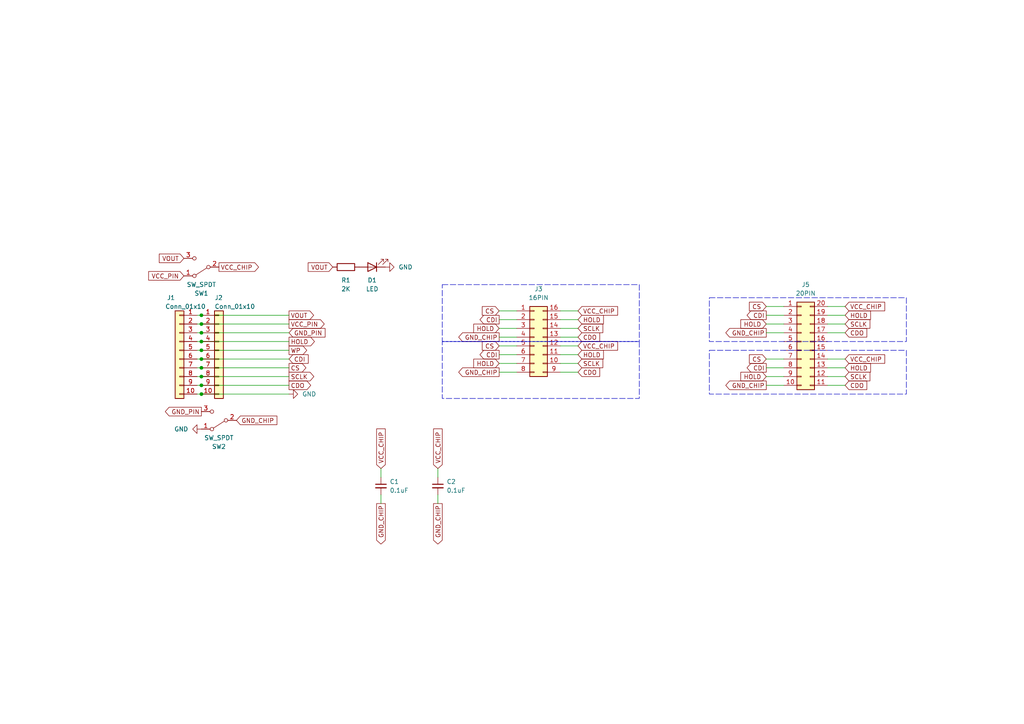
<source format=kicad_sch>
(kicad_sch (version 20230121) (generator eeschema)

  (uuid 705ddb16-a6fa-4cb6-bc08-aaa31f676677)

  (paper "A4")

  (lib_symbols
    (symbol "Connector_Generic:Conn_01x10" (pin_names (offset 1.016) hide) (in_bom yes) (on_board yes)
      (property "Reference" "J" (at 0 12.7 0)
        (effects (font (size 1.27 1.27)))
      )
      (property "Value" "Conn_01x10" (at 0 -15.24 0)
        (effects (font (size 1.27 1.27)))
      )
      (property "Footprint" "" (at 0 0 0)
        (effects (font (size 1.27 1.27)) hide)
      )
      (property "Datasheet" "~" (at 0 0 0)
        (effects (font (size 1.27 1.27)) hide)
      )
      (property "ki_keywords" "connector" (at 0 0 0)
        (effects (font (size 1.27 1.27)) hide)
      )
      (property "ki_description" "Generic connector, single row, 01x10, script generated (kicad-library-utils/schlib/autogen/connector/)" (at 0 0 0)
        (effects (font (size 1.27 1.27)) hide)
      )
      (property "ki_fp_filters" "Connector*:*_1x??_*" (at 0 0 0)
        (effects (font (size 1.27 1.27)) hide)
      )
      (symbol "Conn_01x10_1_1"
        (rectangle (start -1.27 -12.573) (end 0 -12.827)
          (stroke (width 0.1524) (type default))
          (fill (type none))
        )
        (rectangle (start -1.27 -10.033) (end 0 -10.287)
          (stroke (width 0.1524) (type default))
          (fill (type none))
        )
        (rectangle (start -1.27 -7.493) (end 0 -7.747)
          (stroke (width 0.1524) (type default))
          (fill (type none))
        )
        (rectangle (start -1.27 -4.953) (end 0 -5.207)
          (stroke (width 0.1524) (type default))
          (fill (type none))
        )
        (rectangle (start -1.27 -2.413) (end 0 -2.667)
          (stroke (width 0.1524) (type default))
          (fill (type none))
        )
        (rectangle (start -1.27 0.127) (end 0 -0.127)
          (stroke (width 0.1524) (type default))
          (fill (type none))
        )
        (rectangle (start -1.27 2.667) (end 0 2.413)
          (stroke (width 0.1524) (type default))
          (fill (type none))
        )
        (rectangle (start -1.27 5.207) (end 0 4.953)
          (stroke (width 0.1524) (type default))
          (fill (type none))
        )
        (rectangle (start -1.27 7.747) (end 0 7.493)
          (stroke (width 0.1524) (type default))
          (fill (type none))
        )
        (rectangle (start -1.27 10.287) (end 0 10.033)
          (stroke (width 0.1524) (type default))
          (fill (type none))
        )
        (rectangle (start -1.27 11.43) (end 1.27 -13.97)
          (stroke (width 0.254) (type default))
          (fill (type background))
        )
        (pin passive line (at -5.08 10.16 0) (length 3.81)
          (name "Pin_1" (effects (font (size 1.27 1.27))))
          (number "1" (effects (font (size 1.27 1.27))))
        )
        (pin passive line (at -5.08 -12.7 0) (length 3.81)
          (name "Pin_10" (effects (font (size 1.27 1.27))))
          (number "10" (effects (font (size 1.27 1.27))))
        )
        (pin passive line (at -5.08 7.62 0) (length 3.81)
          (name "Pin_2" (effects (font (size 1.27 1.27))))
          (number "2" (effects (font (size 1.27 1.27))))
        )
        (pin passive line (at -5.08 5.08 0) (length 3.81)
          (name "Pin_3" (effects (font (size 1.27 1.27))))
          (number "3" (effects (font (size 1.27 1.27))))
        )
        (pin passive line (at -5.08 2.54 0) (length 3.81)
          (name "Pin_4" (effects (font (size 1.27 1.27))))
          (number "4" (effects (font (size 1.27 1.27))))
        )
        (pin passive line (at -5.08 0 0) (length 3.81)
          (name "Pin_5" (effects (font (size 1.27 1.27))))
          (number "5" (effects (font (size 1.27 1.27))))
        )
        (pin passive line (at -5.08 -2.54 0) (length 3.81)
          (name "Pin_6" (effects (font (size 1.27 1.27))))
          (number "6" (effects (font (size 1.27 1.27))))
        )
        (pin passive line (at -5.08 -5.08 0) (length 3.81)
          (name "Pin_7" (effects (font (size 1.27 1.27))))
          (number "7" (effects (font (size 1.27 1.27))))
        )
        (pin passive line (at -5.08 -7.62 0) (length 3.81)
          (name "Pin_8" (effects (font (size 1.27 1.27))))
          (number "8" (effects (font (size 1.27 1.27))))
        )
        (pin passive line (at -5.08 -10.16 0) (length 3.81)
          (name "Pin_9" (effects (font (size 1.27 1.27))))
          (number "9" (effects (font (size 1.27 1.27))))
        )
      )
    )
    (symbol "Connector_Generic:Conn_02x08_Counter_Clockwise" (pin_names (offset 1.016) hide) (in_bom yes) (on_board yes)
      (property "Reference" "J" (at 1.27 10.16 0)
        (effects (font (size 1.27 1.27)))
      )
      (property "Value" "Conn_02x08_Counter_Clockwise" (at 1.27 -12.7 0)
        (effects (font (size 1.27 1.27)))
      )
      (property "Footprint" "" (at 0 0 0)
        (effects (font (size 1.27 1.27)) hide)
      )
      (property "Datasheet" "~" (at 0 0 0)
        (effects (font (size 1.27 1.27)) hide)
      )
      (property "ki_keywords" "connector" (at 0 0 0)
        (effects (font (size 1.27 1.27)) hide)
      )
      (property "ki_description" "Generic connector, double row, 02x08, counter clockwise pin numbering scheme (similar to DIP package numbering), script generated (kicad-library-utils/schlib/autogen/connector/)" (at 0 0 0)
        (effects (font (size 1.27 1.27)) hide)
      )
      (property "ki_fp_filters" "Connector*:*_2x??_*" (at 0 0 0)
        (effects (font (size 1.27 1.27)) hide)
      )
      (symbol "Conn_02x08_Counter_Clockwise_1_1"
        (rectangle (start -1.27 -10.033) (end 0 -10.287)
          (stroke (width 0.1524) (type default))
          (fill (type none))
        )
        (rectangle (start -1.27 -7.493) (end 0 -7.747)
          (stroke (width 0.1524) (type default))
          (fill (type none))
        )
        (rectangle (start -1.27 -4.953) (end 0 -5.207)
          (stroke (width 0.1524) (type default))
          (fill (type none))
        )
        (rectangle (start -1.27 -2.413) (end 0 -2.667)
          (stroke (width 0.1524) (type default))
          (fill (type none))
        )
        (rectangle (start -1.27 0.127) (end 0 -0.127)
          (stroke (width 0.1524) (type default))
          (fill (type none))
        )
        (rectangle (start -1.27 2.667) (end 0 2.413)
          (stroke (width 0.1524) (type default))
          (fill (type none))
        )
        (rectangle (start -1.27 5.207) (end 0 4.953)
          (stroke (width 0.1524) (type default))
          (fill (type none))
        )
        (rectangle (start -1.27 7.747) (end 0 7.493)
          (stroke (width 0.1524) (type default))
          (fill (type none))
        )
        (rectangle (start -1.27 8.89) (end 3.81 -11.43)
          (stroke (width 0.254) (type default))
          (fill (type background))
        )
        (rectangle (start 3.81 -10.033) (end 2.54 -10.287)
          (stroke (width 0.1524) (type default))
          (fill (type none))
        )
        (rectangle (start 3.81 -7.493) (end 2.54 -7.747)
          (stroke (width 0.1524) (type default))
          (fill (type none))
        )
        (rectangle (start 3.81 -4.953) (end 2.54 -5.207)
          (stroke (width 0.1524) (type default))
          (fill (type none))
        )
        (rectangle (start 3.81 -2.413) (end 2.54 -2.667)
          (stroke (width 0.1524) (type default))
          (fill (type none))
        )
        (rectangle (start 3.81 0.127) (end 2.54 -0.127)
          (stroke (width 0.1524) (type default))
          (fill (type none))
        )
        (rectangle (start 3.81 2.667) (end 2.54 2.413)
          (stroke (width 0.1524) (type default))
          (fill (type none))
        )
        (rectangle (start 3.81 5.207) (end 2.54 4.953)
          (stroke (width 0.1524) (type default))
          (fill (type none))
        )
        (rectangle (start 3.81 7.747) (end 2.54 7.493)
          (stroke (width 0.1524) (type default))
          (fill (type none))
        )
        (pin passive line (at -5.08 7.62 0) (length 3.81)
          (name "Pin_1" (effects (font (size 1.27 1.27))))
          (number "1" (effects (font (size 1.27 1.27))))
        )
        (pin passive line (at 7.62 -7.62 180) (length 3.81)
          (name "Pin_10" (effects (font (size 1.27 1.27))))
          (number "10" (effects (font (size 1.27 1.27))))
        )
        (pin passive line (at 7.62 -5.08 180) (length 3.81)
          (name "Pin_11" (effects (font (size 1.27 1.27))))
          (number "11" (effects (font (size 1.27 1.27))))
        )
        (pin passive line (at 7.62 -2.54 180) (length 3.81)
          (name "Pin_12" (effects (font (size 1.27 1.27))))
          (number "12" (effects (font (size 1.27 1.27))))
        )
        (pin passive line (at 7.62 0 180) (length 3.81)
          (name "Pin_13" (effects (font (size 1.27 1.27))))
          (number "13" (effects (font (size 1.27 1.27))))
        )
        (pin passive line (at 7.62 2.54 180) (length 3.81)
          (name "Pin_14" (effects (font (size 1.27 1.27))))
          (number "14" (effects (font (size 1.27 1.27))))
        )
        (pin passive line (at 7.62 5.08 180) (length 3.81)
          (name "Pin_15" (effects (font (size 1.27 1.27))))
          (number "15" (effects (font (size 1.27 1.27))))
        )
        (pin passive line (at 7.62 7.62 180) (length 3.81)
          (name "Pin_16" (effects (font (size 1.27 1.27))))
          (number "16" (effects (font (size 1.27 1.27))))
        )
        (pin passive line (at -5.08 5.08 0) (length 3.81)
          (name "Pin_2" (effects (font (size 1.27 1.27))))
          (number "2" (effects (font (size 1.27 1.27))))
        )
        (pin passive line (at -5.08 2.54 0) (length 3.81)
          (name "Pin_3" (effects (font (size 1.27 1.27))))
          (number "3" (effects (font (size 1.27 1.27))))
        )
        (pin passive line (at -5.08 0 0) (length 3.81)
          (name "Pin_4" (effects (font (size 1.27 1.27))))
          (number "4" (effects (font (size 1.27 1.27))))
        )
        (pin passive line (at -5.08 -2.54 0) (length 3.81)
          (name "Pin_5" (effects (font (size 1.27 1.27))))
          (number "5" (effects (font (size 1.27 1.27))))
        )
        (pin passive line (at -5.08 -5.08 0) (length 3.81)
          (name "Pin_6" (effects (font (size 1.27 1.27))))
          (number "6" (effects (font (size 1.27 1.27))))
        )
        (pin passive line (at -5.08 -7.62 0) (length 3.81)
          (name "Pin_7" (effects (font (size 1.27 1.27))))
          (number "7" (effects (font (size 1.27 1.27))))
        )
        (pin passive line (at -5.08 -10.16 0) (length 3.81)
          (name "Pin_8" (effects (font (size 1.27 1.27))))
          (number "8" (effects (font (size 1.27 1.27))))
        )
        (pin passive line (at 7.62 -10.16 180) (length 3.81)
          (name "Pin_9" (effects (font (size 1.27 1.27))))
          (number "9" (effects (font (size 1.27 1.27))))
        )
      )
    )
    (symbol "Connector_Generic:Conn_02x10_Counter_Clockwise" (pin_names (offset 1.016) hide) (in_bom yes) (on_board yes)
      (property "Reference" "J" (at 1.27 12.7 0)
        (effects (font (size 1.27 1.27)))
      )
      (property "Value" "Conn_02x10_Counter_Clockwise" (at 1.27 -15.24 0)
        (effects (font (size 1.27 1.27)))
      )
      (property "Footprint" "" (at 0 0 0)
        (effects (font (size 1.27 1.27)) hide)
      )
      (property "Datasheet" "~" (at 0 0 0)
        (effects (font (size 1.27 1.27)) hide)
      )
      (property "ki_keywords" "connector" (at 0 0 0)
        (effects (font (size 1.27 1.27)) hide)
      )
      (property "ki_description" "Generic connector, double row, 02x10, counter clockwise pin numbering scheme (similar to DIP package numbering), script generated (kicad-library-utils/schlib/autogen/connector/)" (at 0 0 0)
        (effects (font (size 1.27 1.27)) hide)
      )
      (property "ki_fp_filters" "Connector*:*_2x??_*" (at 0 0 0)
        (effects (font (size 1.27 1.27)) hide)
      )
      (symbol "Conn_02x10_Counter_Clockwise_1_1"
        (rectangle (start -1.27 -12.573) (end 0 -12.827)
          (stroke (width 0.1524) (type default))
          (fill (type none))
        )
        (rectangle (start -1.27 -10.033) (end 0 -10.287)
          (stroke (width 0.1524) (type default))
          (fill (type none))
        )
        (rectangle (start -1.27 -7.493) (end 0 -7.747)
          (stroke (width 0.1524) (type default))
          (fill (type none))
        )
        (rectangle (start -1.27 -4.953) (end 0 -5.207)
          (stroke (width 0.1524) (type default))
          (fill (type none))
        )
        (rectangle (start -1.27 -2.413) (end 0 -2.667)
          (stroke (width 0.1524) (type default))
          (fill (type none))
        )
        (rectangle (start -1.27 0.127) (end 0 -0.127)
          (stroke (width 0.1524) (type default))
          (fill (type none))
        )
        (rectangle (start -1.27 2.667) (end 0 2.413)
          (stroke (width 0.1524) (type default))
          (fill (type none))
        )
        (rectangle (start -1.27 5.207) (end 0 4.953)
          (stroke (width 0.1524) (type default))
          (fill (type none))
        )
        (rectangle (start -1.27 7.747) (end 0 7.493)
          (stroke (width 0.1524) (type default))
          (fill (type none))
        )
        (rectangle (start -1.27 10.287) (end 0 10.033)
          (stroke (width 0.1524) (type default))
          (fill (type none))
        )
        (rectangle (start -1.27 11.43) (end 3.81 -13.97)
          (stroke (width 0.254) (type default))
          (fill (type background))
        )
        (rectangle (start 3.81 -12.573) (end 2.54 -12.827)
          (stroke (width 0.1524) (type default))
          (fill (type none))
        )
        (rectangle (start 3.81 -10.033) (end 2.54 -10.287)
          (stroke (width 0.1524) (type default))
          (fill (type none))
        )
        (rectangle (start 3.81 -7.493) (end 2.54 -7.747)
          (stroke (width 0.1524) (type default))
          (fill (type none))
        )
        (rectangle (start 3.81 -4.953) (end 2.54 -5.207)
          (stroke (width 0.1524) (type default))
          (fill (type none))
        )
        (rectangle (start 3.81 -2.413) (end 2.54 -2.667)
          (stroke (width 0.1524) (type default))
          (fill (type none))
        )
        (rectangle (start 3.81 0.127) (end 2.54 -0.127)
          (stroke (width 0.1524) (type default))
          (fill (type none))
        )
        (rectangle (start 3.81 2.667) (end 2.54 2.413)
          (stroke (width 0.1524) (type default))
          (fill (type none))
        )
        (rectangle (start 3.81 5.207) (end 2.54 4.953)
          (stroke (width 0.1524) (type default))
          (fill (type none))
        )
        (rectangle (start 3.81 7.747) (end 2.54 7.493)
          (stroke (width 0.1524) (type default))
          (fill (type none))
        )
        (rectangle (start 3.81 10.287) (end 2.54 10.033)
          (stroke (width 0.1524) (type default))
          (fill (type none))
        )
        (pin passive line (at -5.08 10.16 0) (length 3.81)
          (name "Pin_1" (effects (font (size 1.27 1.27))))
          (number "1" (effects (font (size 1.27 1.27))))
        )
        (pin passive line (at -5.08 -12.7 0) (length 3.81)
          (name "Pin_10" (effects (font (size 1.27 1.27))))
          (number "10" (effects (font (size 1.27 1.27))))
        )
        (pin passive line (at 7.62 -12.7 180) (length 3.81)
          (name "Pin_11" (effects (font (size 1.27 1.27))))
          (number "11" (effects (font (size 1.27 1.27))))
        )
        (pin passive line (at 7.62 -10.16 180) (length 3.81)
          (name "Pin_12" (effects (font (size 1.27 1.27))))
          (number "12" (effects (font (size 1.27 1.27))))
        )
        (pin passive line (at 7.62 -7.62 180) (length 3.81)
          (name "Pin_13" (effects (font (size 1.27 1.27))))
          (number "13" (effects (font (size 1.27 1.27))))
        )
        (pin passive line (at 7.62 -5.08 180) (length 3.81)
          (name "Pin_14" (effects (font (size 1.27 1.27))))
          (number "14" (effects (font (size 1.27 1.27))))
        )
        (pin passive line (at 7.62 -2.54 180) (length 3.81)
          (name "Pin_15" (effects (font (size 1.27 1.27))))
          (number "15" (effects (font (size 1.27 1.27))))
        )
        (pin passive line (at 7.62 0 180) (length 3.81)
          (name "Pin_16" (effects (font (size 1.27 1.27))))
          (number "16" (effects (font (size 1.27 1.27))))
        )
        (pin passive line (at 7.62 2.54 180) (length 3.81)
          (name "Pin_17" (effects (font (size 1.27 1.27))))
          (number "17" (effects (font (size 1.27 1.27))))
        )
        (pin passive line (at 7.62 5.08 180) (length 3.81)
          (name "Pin_18" (effects (font (size 1.27 1.27))))
          (number "18" (effects (font (size 1.27 1.27))))
        )
        (pin passive line (at 7.62 7.62 180) (length 3.81)
          (name "Pin_19" (effects (font (size 1.27 1.27))))
          (number "19" (effects (font (size 1.27 1.27))))
        )
        (pin passive line (at -5.08 7.62 0) (length 3.81)
          (name "Pin_2" (effects (font (size 1.27 1.27))))
          (number "2" (effects (font (size 1.27 1.27))))
        )
        (pin passive line (at 7.62 10.16 180) (length 3.81)
          (name "Pin_20" (effects (font (size 1.27 1.27))))
          (number "20" (effects (font (size 1.27 1.27))))
        )
        (pin passive line (at -5.08 5.08 0) (length 3.81)
          (name "Pin_3" (effects (font (size 1.27 1.27))))
          (number "3" (effects (font (size 1.27 1.27))))
        )
        (pin passive line (at -5.08 2.54 0) (length 3.81)
          (name "Pin_4" (effects (font (size 1.27 1.27))))
          (number "4" (effects (font (size 1.27 1.27))))
        )
        (pin passive line (at -5.08 0 0) (length 3.81)
          (name "Pin_5" (effects (font (size 1.27 1.27))))
          (number "5" (effects (font (size 1.27 1.27))))
        )
        (pin passive line (at -5.08 -2.54 0) (length 3.81)
          (name "Pin_6" (effects (font (size 1.27 1.27))))
          (number "6" (effects (font (size 1.27 1.27))))
        )
        (pin passive line (at -5.08 -5.08 0) (length 3.81)
          (name "Pin_7" (effects (font (size 1.27 1.27))))
          (number "7" (effects (font (size 1.27 1.27))))
        )
        (pin passive line (at -5.08 -7.62 0) (length 3.81)
          (name "Pin_8" (effects (font (size 1.27 1.27))))
          (number "8" (effects (font (size 1.27 1.27))))
        )
        (pin passive line (at -5.08 -10.16 0) (length 3.81)
          (name "Pin_9" (effects (font (size 1.27 1.27))))
          (number "9" (effects (font (size 1.27 1.27))))
        )
      )
    )
    (symbol "Device:C_Small" (pin_numbers hide) (pin_names (offset 0.254) hide) (in_bom yes) (on_board yes)
      (property "Reference" "C" (at 0.254 1.778 0)
        (effects (font (size 1.27 1.27)) (justify left))
      )
      (property "Value" "C_Small" (at 0.254 -2.032 0)
        (effects (font (size 1.27 1.27)) (justify left))
      )
      (property "Footprint" "" (at 0 0 0)
        (effects (font (size 1.27 1.27)) hide)
      )
      (property "Datasheet" "~" (at 0 0 0)
        (effects (font (size 1.27 1.27)) hide)
      )
      (property "ki_keywords" "capacitor cap" (at 0 0 0)
        (effects (font (size 1.27 1.27)) hide)
      )
      (property "ki_description" "Unpolarized capacitor, small symbol" (at 0 0 0)
        (effects (font (size 1.27 1.27)) hide)
      )
      (property "ki_fp_filters" "C_*" (at 0 0 0)
        (effects (font (size 1.27 1.27)) hide)
      )
      (symbol "C_Small_0_1"
        (polyline
          (pts
            (xy -1.524 -0.508)
            (xy 1.524 -0.508)
          )
          (stroke (width 0.3302) (type default))
          (fill (type none))
        )
        (polyline
          (pts
            (xy -1.524 0.508)
            (xy 1.524 0.508)
          )
          (stroke (width 0.3048) (type default))
          (fill (type none))
        )
      )
      (symbol "C_Small_1_1"
        (pin passive line (at 0 2.54 270) (length 2.032)
          (name "~" (effects (font (size 1.27 1.27))))
          (number "1" (effects (font (size 1.27 1.27))))
        )
        (pin passive line (at 0 -2.54 90) (length 2.032)
          (name "~" (effects (font (size 1.27 1.27))))
          (number "2" (effects (font (size 1.27 1.27))))
        )
      )
    )
    (symbol "Device:LED" (pin_numbers hide) (pin_names (offset 1.016) hide) (in_bom yes) (on_board yes)
      (property "Reference" "D" (at 0 2.54 0)
        (effects (font (size 1.27 1.27)))
      )
      (property "Value" "LED" (at 0 -2.54 0)
        (effects (font (size 1.27 1.27)))
      )
      (property "Footprint" "" (at 0 0 0)
        (effects (font (size 1.27 1.27)) hide)
      )
      (property "Datasheet" "~" (at 0 0 0)
        (effects (font (size 1.27 1.27)) hide)
      )
      (property "ki_keywords" "LED diode" (at 0 0 0)
        (effects (font (size 1.27 1.27)) hide)
      )
      (property "ki_description" "Light emitting diode" (at 0 0 0)
        (effects (font (size 1.27 1.27)) hide)
      )
      (property "ki_fp_filters" "LED* LED_SMD:* LED_THT:*" (at 0 0 0)
        (effects (font (size 1.27 1.27)) hide)
      )
      (symbol "LED_0_1"
        (polyline
          (pts
            (xy -1.27 -1.27)
            (xy -1.27 1.27)
          )
          (stroke (width 0.254) (type default))
          (fill (type none))
        )
        (polyline
          (pts
            (xy -1.27 0)
            (xy 1.27 0)
          )
          (stroke (width 0) (type default))
          (fill (type none))
        )
        (polyline
          (pts
            (xy 1.27 -1.27)
            (xy 1.27 1.27)
            (xy -1.27 0)
            (xy 1.27 -1.27)
          )
          (stroke (width 0.254) (type default))
          (fill (type none))
        )
        (polyline
          (pts
            (xy -3.048 -0.762)
            (xy -4.572 -2.286)
            (xy -3.81 -2.286)
            (xy -4.572 -2.286)
            (xy -4.572 -1.524)
          )
          (stroke (width 0) (type default))
          (fill (type none))
        )
        (polyline
          (pts
            (xy -1.778 -0.762)
            (xy -3.302 -2.286)
            (xy -2.54 -2.286)
            (xy -3.302 -2.286)
            (xy -3.302 -1.524)
          )
          (stroke (width 0) (type default))
          (fill (type none))
        )
      )
      (symbol "LED_1_1"
        (pin passive line (at -3.81 0 0) (length 2.54)
          (name "K" (effects (font (size 1.27 1.27))))
          (number "1" (effects (font (size 1.27 1.27))))
        )
        (pin passive line (at 3.81 0 180) (length 2.54)
          (name "A" (effects (font (size 1.27 1.27))))
          (number "2" (effects (font (size 1.27 1.27))))
        )
      )
    )
    (symbol "Device:R" (pin_numbers hide) (pin_names (offset 0)) (in_bom yes) (on_board yes)
      (property "Reference" "R" (at 2.032 0 90)
        (effects (font (size 1.27 1.27)))
      )
      (property "Value" "R" (at 0 0 90)
        (effects (font (size 1.27 1.27)))
      )
      (property "Footprint" "" (at -1.778 0 90)
        (effects (font (size 1.27 1.27)) hide)
      )
      (property "Datasheet" "~" (at 0 0 0)
        (effects (font (size 1.27 1.27)) hide)
      )
      (property "ki_keywords" "R res resistor" (at 0 0 0)
        (effects (font (size 1.27 1.27)) hide)
      )
      (property "ki_description" "Resistor" (at 0 0 0)
        (effects (font (size 1.27 1.27)) hide)
      )
      (property "ki_fp_filters" "R_*" (at 0 0 0)
        (effects (font (size 1.27 1.27)) hide)
      )
      (symbol "R_0_1"
        (rectangle (start -1.016 -2.54) (end 1.016 2.54)
          (stroke (width 0.254) (type default))
          (fill (type none))
        )
      )
      (symbol "R_1_1"
        (pin passive line (at 0 3.81 270) (length 1.27)
          (name "~" (effects (font (size 1.27 1.27))))
          (number "1" (effects (font (size 1.27 1.27))))
        )
        (pin passive line (at 0 -3.81 90) (length 1.27)
          (name "~" (effects (font (size 1.27 1.27))))
          (number "2" (effects (font (size 1.27 1.27))))
        )
      )
    )
    (symbol "Switch:SW_SPDT" (pin_names (offset 0) hide) (in_bom yes) (on_board yes)
      (property "Reference" "SW" (at 0 4.318 0)
        (effects (font (size 1.27 1.27)))
      )
      (property "Value" "SW_SPDT" (at 0 -5.08 0)
        (effects (font (size 1.27 1.27)))
      )
      (property "Footprint" "" (at 0 0 0)
        (effects (font (size 1.27 1.27)) hide)
      )
      (property "Datasheet" "~" (at 0 0 0)
        (effects (font (size 1.27 1.27)) hide)
      )
      (property "ki_keywords" "switch single-pole double-throw spdt ON-ON" (at 0 0 0)
        (effects (font (size 1.27 1.27)) hide)
      )
      (property "ki_description" "Switch, single pole double throw" (at 0 0 0)
        (effects (font (size 1.27 1.27)) hide)
      )
      (symbol "SW_SPDT_0_0"
        (circle (center -2.032 0) (radius 0.508)
          (stroke (width 0) (type default))
          (fill (type none))
        )
        (circle (center 2.032 -2.54) (radius 0.508)
          (stroke (width 0) (type default))
          (fill (type none))
        )
      )
      (symbol "SW_SPDT_0_1"
        (polyline
          (pts
            (xy -1.524 0.254)
            (xy 1.651 2.286)
          )
          (stroke (width 0) (type default))
          (fill (type none))
        )
        (circle (center 2.032 2.54) (radius 0.508)
          (stroke (width 0) (type default))
          (fill (type none))
        )
      )
      (symbol "SW_SPDT_1_1"
        (pin passive line (at 5.08 2.54 180) (length 2.54)
          (name "A" (effects (font (size 1.27 1.27))))
          (number "1" (effects (font (size 1.27 1.27))))
        )
        (pin passive line (at -5.08 0 0) (length 2.54)
          (name "B" (effects (font (size 1.27 1.27))))
          (number "2" (effects (font (size 1.27 1.27))))
        )
        (pin passive line (at 5.08 -2.54 180) (length 2.54)
          (name "C" (effects (font (size 1.27 1.27))))
          (number "3" (effects (font (size 1.27 1.27))))
        )
      )
    )
    (symbol "power:GND" (power) (pin_names (offset 0)) (in_bom yes) (on_board yes)
      (property "Reference" "#PWR" (at 0 -6.35 0)
        (effects (font (size 1.27 1.27)) hide)
      )
      (property "Value" "GND" (at 0 -3.81 0)
        (effects (font (size 1.27 1.27)))
      )
      (property "Footprint" "" (at 0 0 0)
        (effects (font (size 1.27 1.27)) hide)
      )
      (property "Datasheet" "" (at 0 0 0)
        (effects (font (size 1.27 1.27)) hide)
      )
      (property "ki_keywords" "global power" (at 0 0 0)
        (effects (font (size 1.27 1.27)) hide)
      )
      (property "ki_description" "Power symbol creates a global label with name \"GND\" , ground" (at 0 0 0)
        (effects (font (size 1.27 1.27)) hide)
      )
      (symbol "GND_0_1"
        (polyline
          (pts
            (xy 0 0)
            (xy 0 -1.27)
            (xy 1.27 -1.27)
            (xy 0 -2.54)
            (xy -1.27 -1.27)
            (xy 0 -1.27)
          )
          (stroke (width 0) (type default))
          (fill (type none))
        )
      )
      (symbol "GND_1_1"
        (pin power_in line (at 0 0 270) (length 0) hide
          (name "GND" (effects (font (size 1.27 1.27))))
          (number "1" (effects (font (size 1.27 1.27))))
        )
      )
    )
  )

  (junction (at 58.42 99.06) (diameter 0) (color 0 0 0 0)
    (uuid 102a5927-bfd2-4a9d-87f4-e6f141af44a6)
  )
  (junction (at 58.42 91.44) (diameter 0) (color 0 0 0 0)
    (uuid 1b383965-c744-43b8-ab1c-5e03dd81a836)
  )
  (junction (at 58.42 109.22) (diameter 0) (color 0 0 0 0)
    (uuid 209523a9-e180-48c9-9c36-f827b654e247)
  )
  (junction (at 58.42 93.98) (diameter 0) (color 0 0 0 0)
    (uuid 41befb6a-2500-41c8-bcd6-d61c08c893ca)
  )
  (junction (at 58.42 111.76) (diameter 0) (color 0 0 0 0)
    (uuid 6ac71a53-00aa-4f37-8821-68d1e0370efb)
  )
  (junction (at 58.42 104.14) (diameter 0) (color 0 0 0 0)
    (uuid 6b585c86-ab84-4cd0-a3a9-9128e5b2212f)
  )
  (junction (at 58.42 96.52) (diameter 0) (color 0 0 0 0)
    (uuid 6ff2b099-5b56-441a-b6e8-b616031110a4)
  )
  (junction (at 58.42 106.68) (diameter 0) (color 0 0 0 0)
    (uuid 8d59e8e7-3142-4f8f-9f2c-693590ef79c4)
  )
  (junction (at 58.42 101.6) (diameter 0) (color 0 0 0 0)
    (uuid 9a1eaeb1-02eb-4e4b-9e53-82e4ee4c4382)
  )
  (junction (at 58.42 114.3) (diameter 0) (color 0 0 0 0)
    (uuid c0138f08-8df1-4cf4-a422-1f16e2dd6505)
  )

  (wire (pts (xy 83.82 104.14) (xy 58.42 104.14))
    (stroke (width 0) (type default))
    (uuid 0e5507ea-0515-48f6-bd47-2232a4f3dc6e)
  )
  (wire (pts (xy 240.03 104.14) (xy 245.11 104.14))
    (stroke (width 0) (type default))
    (uuid 0f2a8147-ab64-4ed9-9ae7-68a6dcf05db8)
  )
  (wire (pts (xy 83.82 96.52) (xy 58.42 96.52))
    (stroke (width 0) (type default))
    (uuid 1217c1d2-db2d-4df1-8c0f-731fa8fef872)
  )
  (wire (pts (xy 162.56 102.87) (xy 167.64 102.87))
    (stroke (width 0) (type default))
    (uuid 1e2aadc5-bde1-463f-9f42-474d3fee5561)
  )
  (wire (pts (xy 127 135.89) (xy 127 138.43))
    (stroke (width 0) (type default))
    (uuid 25c6e5fb-0669-4287-bac9-8910de7c2ff8)
  )
  (wire (pts (xy 58.42 111.76) (xy 57.15 111.76))
    (stroke (width 0) (type default))
    (uuid 26851a94-1166-4e46-a856-c21ef4fc137a)
  )
  (wire (pts (xy 222.25 93.98) (xy 227.33 93.98))
    (stroke (width 0) (type default))
    (uuid 26c0b0e7-1acf-4f39-8c31-75211111f86f)
  )
  (wire (pts (xy 222.25 96.52) (xy 227.33 96.52))
    (stroke (width 0) (type default))
    (uuid 270dda98-a9c3-4540-b839-6b29960b2bf7)
  )
  (wire (pts (xy 144.78 107.95) (xy 149.86 107.95))
    (stroke (width 0) (type default))
    (uuid 2bb1c52c-73d5-4991-b23b-e632a3d79cb4)
  )
  (wire (pts (xy 144.78 100.33) (xy 149.86 100.33))
    (stroke (width 0) (type default))
    (uuid 330c76c0-1d53-47e9-b3d2-477a294ee6e7)
  )
  (wire (pts (xy 58.42 114.3) (xy 57.15 114.3))
    (stroke (width 0) (type default))
    (uuid 332ee013-ef39-48ee-98e5-09bb470761e6)
  )
  (wire (pts (xy 83.82 91.44) (xy 58.42 91.44))
    (stroke (width 0) (type default))
    (uuid 38d144ad-fba7-4036-b75d-bcfdc87a1297)
  )
  (wire (pts (xy 162.56 90.17) (xy 167.64 90.17))
    (stroke (width 0) (type default))
    (uuid 39bf7ef0-1cd3-4e83-96ba-6c66b945ec2b)
  )
  (wire (pts (xy 58.42 91.44) (xy 57.15 91.44))
    (stroke (width 0) (type default))
    (uuid 3a6d0d95-c027-4844-afd1-fcea18ba2601)
  )
  (wire (pts (xy 83.82 93.98) (xy 58.42 93.98))
    (stroke (width 0) (type default))
    (uuid 3bb2b72d-0bb1-4da0-8ba5-e3595dc692da)
  )
  (wire (pts (xy 222.25 111.76) (xy 227.33 111.76))
    (stroke (width 0) (type default))
    (uuid 491d8f4c-50a8-4859-b15f-48374eec9b1f)
  )
  (wire (pts (xy 58.42 101.6) (xy 57.15 101.6))
    (stroke (width 0) (type default))
    (uuid 4c76b93b-03f1-430f-80af-4ba1656c202e)
  )
  (wire (pts (xy 83.82 106.68) (xy 58.42 106.68))
    (stroke (width 0) (type default))
    (uuid 51fc18c0-7bea-4fcb-8fdc-5f959e871654)
  )
  (wire (pts (xy 83.82 114.3) (xy 58.42 114.3))
    (stroke (width 0) (type default))
    (uuid 5732ac41-3885-43b8-a878-277174271ee1)
  )
  (wire (pts (xy 58.42 99.06) (xy 57.15 99.06))
    (stroke (width 0) (type default))
    (uuid 58072e31-37ae-48c1-ad91-ca866f379fb8)
  )
  (wire (pts (xy 58.42 104.14) (xy 57.15 104.14))
    (stroke (width 0) (type default))
    (uuid 5e3a5047-ebbf-4a2b-ba1f-a1c8bdad7166)
  )
  (wire (pts (xy 240.03 88.9) (xy 245.11 88.9))
    (stroke (width 0) (type default))
    (uuid 61580faf-e9dc-4a6a-babb-2c4802e0743d)
  )
  (wire (pts (xy 58.42 96.52) (xy 57.15 96.52))
    (stroke (width 0) (type default))
    (uuid 69f8d3b6-1c55-4429-8c87-04107d18a364)
  )
  (wire (pts (xy 240.03 109.22) (xy 245.11 109.22))
    (stroke (width 0) (type default))
    (uuid 6c1c5bc1-71a6-485b-8c29-63e8d2e92c09)
  )
  (wire (pts (xy 83.82 109.22) (xy 58.42 109.22))
    (stroke (width 0) (type default))
    (uuid 6c864d71-905a-47f4-bcd2-1058264d9dc0)
  )
  (wire (pts (xy 144.78 97.79) (xy 149.86 97.79))
    (stroke (width 0) (type default))
    (uuid 6f74664d-35bb-4302-9543-7a1e14af4be9)
  )
  (wire (pts (xy 162.56 105.41) (xy 167.64 105.41))
    (stroke (width 0) (type default))
    (uuid 7137017f-f9d4-4c46-80d6-42e7949bdbe8)
  )
  (wire (pts (xy 222.25 91.44) (xy 227.33 91.44))
    (stroke (width 0) (type default))
    (uuid 71a15308-16a8-4ae2-90d5-ecc4ee82d3a5)
  )
  (wire (pts (xy 222.25 106.68) (xy 227.33 106.68))
    (stroke (width 0) (type default))
    (uuid 77405139-cc9b-4a77-86a1-ca03060fc167)
  )
  (wire (pts (xy 222.25 104.14) (xy 227.33 104.14))
    (stroke (width 0) (type default))
    (uuid 77e81a5f-fdf5-4329-aaac-50aeee0fefd0)
  )
  (wire (pts (xy 110.49 135.89) (xy 110.49 138.43))
    (stroke (width 0) (type default))
    (uuid 857594be-57d4-4cd5-8b2d-d970ee247e3b)
  )
  (wire (pts (xy 144.78 105.41) (xy 149.86 105.41))
    (stroke (width 0) (type default))
    (uuid 903a00a9-61e5-4444-b28e-d3c912fc4dcc)
  )
  (wire (pts (xy 127 143.51) (xy 127 146.05))
    (stroke (width 0) (type default))
    (uuid 9195731d-09c5-487c-8667-1b8e7961bd3c)
  )
  (wire (pts (xy 144.78 102.87) (xy 149.86 102.87))
    (stroke (width 0) (type default))
    (uuid 91a0c758-2afa-4378-bae1-31f01890f5e3)
  )
  (wire (pts (xy 162.56 100.33) (xy 167.64 100.33))
    (stroke (width 0) (type default))
    (uuid 927c58e4-d48f-4afc-a09a-5d7e5137943f)
  )
  (wire (pts (xy 240.03 111.76) (xy 245.11 111.76))
    (stroke (width 0) (type default))
    (uuid 9898c7c1-f5ce-406b-acc4-1a4d2a296e95)
  )
  (wire (pts (xy 58.42 93.98) (xy 57.15 93.98))
    (stroke (width 0) (type default))
    (uuid 9939e893-5e7c-49cb-9b52-636bc7910f2d)
  )
  (wire (pts (xy 144.78 95.25) (xy 149.86 95.25))
    (stroke (width 0) (type default))
    (uuid a098ef15-46b1-498c-a107-327ea2fba2b7)
  )
  (wire (pts (xy 222.25 109.22) (xy 227.33 109.22))
    (stroke (width 0) (type default))
    (uuid a85f361a-7ea6-43c3-b5a3-06389cceb064)
  )
  (wire (pts (xy 144.78 90.17) (xy 149.86 90.17))
    (stroke (width 0) (type default))
    (uuid ab825804-a640-4c7c-998a-9086dccdff96)
  )
  (wire (pts (xy 162.56 95.25) (xy 167.64 95.25))
    (stroke (width 0) (type default))
    (uuid ac1819ca-b654-4174-ab12-719d289aa006)
  )
  (wire (pts (xy 240.03 93.98) (xy 245.11 93.98))
    (stroke (width 0) (type default))
    (uuid b08ec5e8-f1e1-416d-a7bf-27389eb8a1db)
  )
  (wire (pts (xy 58.42 106.68) (xy 57.15 106.68))
    (stroke (width 0) (type default))
    (uuid b23900f1-878f-4bf7-acaf-e53344bb8117)
  )
  (wire (pts (xy 240.03 96.52) (xy 245.11 96.52))
    (stroke (width 0) (type default))
    (uuid b60a85f1-fc31-4512-af25-b2764e68d4e6)
  )
  (wire (pts (xy 162.56 92.71) (xy 167.64 92.71))
    (stroke (width 0) (type default))
    (uuid c288ae87-b734-410e-af70-b264e377b022)
  )
  (wire (pts (xy 240.03 106.68) (xy 245.11 106.68))
    (stroke (width 0) (type default))
    (uuid c3c5a2e9-a3f8-4bef-8c16-23dcc121113b)
  )
  (wire (pts (xy 83.82 99.06) (xy 58.42 99.06))
    (stroke (width 0) (type default))
    (uuid c83c3294-8f3c-4f1b-aa00-69c2645b5755)
  )
  (wire (pts (xy 110.49 143.51) (xy 110.49 146.05))
    (stroke (width 0) (type default))
    (uuid d54439cb-771a-4384-ad62-25ae6e9bcee1)
  )
  (wire (pts (xy 58.42 109.22) (xy 57.15 109.22))
    (stroke (width 0) (type default))
    (uuid de42a3b4-8c5b-43eb-a9ae-16f7e9021f2a)
  )
  (wire (pts (xy 240.03 91.44) (xy 245.11 91.44))
    (stroke (width 0) (type default))
    (uuid df00fa0f-89e0-4486-9e10-b9fd2170d99f)
  )
  (wire (pts (xy 144.78 92.71) (xy 149.86 92.71))
    (stroke (width 0) (type default))
    (uuid e55cbc4d-9941-494a-b02a-9a098af0abbb)
  )
  (wire (pts (xy 83.82 111.76) (xy 58.42 111.76))
    (stroke (width 0) (type default))
    (uuid e62c1ada-8624-49c8-bdbb-80c3d9047b0d)
  )
  (wire (pts (xy 83.82 101.6) (xy 58.42 101.6))
    (stroke (width 0) (type default))
    (uuid efbbac9e-ea55-4244-90b1-0718517abe93)
  )
  (wire (pts (xy 222.25 88.9) (xy 227.33 88.9))
    (stroke (width 0) (type default))
    (uuid f8288fc5-5a16-42ac-a9ba-297735ee54e9)
  )
  (wire (pts (xy 162.56 97.79) (xy 167.64 97.79))
    (stroke (width 0) (type default))
    (uuid fc8b453a-80d3-4e4e-b792-243498ddf484)
  )
  (wire (pts (xy 162.56 107.95) (xy 167.64 107.95))
    (stroke (width 0) (type default))
    (uuid fe3f6d72-cb19-4b1b-9813-7c2695c9370c)
  )

  (rectangle (start 128.27 82.55) (end 185.42 99.06)
    (stroke (width 0) (type dash))
    (fill (type none))
    (uuid 3677c133-d3cd-40c4-998f-6ab5147e02a3)
  )
  (rectangle (start 205.74 101.6) (end 262.89 114.3)
    (stroke (width 0) (type dash))
    (fill (type none))
    (uuid 7e285a92-24f8-4970-8737-d2471c8cfce8)
  )
  (rectangle (start 128.27 99.06) (end 185.42 115.57)
    (stroke (width 0) (type dash))
    (fill (type none))
    (uuid 7f1762a6-c485-4ae9-a61e-06aec868c489)
  )
  (rectangle (start 205.74 86.36) (end 262.89 99.06)
    (stroke (width 0) (type dash))
    (fill (type none))
    (uuid 92a9cc1d-92c5-4c45-a084-cf0d9691146a)
  )

  (global_label "CDI" (shape output) (at 222.25 91.44 180) (fields_autoplaced)
    (effects (font (size 1.27 1.27)) (justify right))
    (uuid 01a3bb47-9ce5-4c5a-963d-6ff4df3ed923)
    (property "Intersheetrefs" "${INTERSHEET_REFS}" (at 216.12 91.44 0)
      (effects (font (size 1.27 1.27)) (justify right) hide)
    )
  )
  (global_label "CDI" (shape input) (at 83.82 104.14 0) (fields_autoplaced)
    (effects (font (size 1.27 1.27)) (justify left))
    (uuid 0514dd57-b5fc-402f-9522-13c38e05029c)
    (property "Intersheetrefs" "${INTERSHEET_REFS}" (at 89.95 104.14 0)
      (effects (font (size 1.27 1.27)) (justify left) hide)
    )
  )
  (global_label "GND_CHIP" (shape output) (at 144.78 107.95 180) (fields_autoplaced)
    (effects (font (size 1.27 1.27)) (justify right))
    (uuid 06c4a6b0-91f5-4ed5-8a2e-a35215eb061a)
    (property "Intersheetrefs" "${INTERSHEET_REFS}" (at 132.4814 107.95 0)
      (effects (font (size 1.27 1.27)) (justify right) hide)
    )
  )
  (global_label "CS" (shape input) (at 144.78 100.33 180) (fields_autoplaced)
    (effects (font (size 1.27 1.27)) (justify right))
    (uuid 09cec203-72ef-4908-9143-3ad082cf5af7)
    (property "Intersheetrefs" "${INTERSHEET_REFS}" (at 139.3153 100.33 0)
      (effects (font (size 1.27 1.27)) (justify right) hide)
    )
  )
  (global_label "HOLD" (shape input) (at 144.78 95.25 180) (fields_autoplaced)
    (effects (font (size 1.27 1.27)) (justify right))
    (uuid 106c8f05-f171-4983-98b6-f12d5733fc1b)
    (property "Intersheetrefs" "${INTERSHEET_REFS}" (at 136.8357 95.25 0)
      (effects (font (size 1.27 1.27)) (justify right) hide)
    )
  )
  (global_label "HOLD" (shape input) (at 245.11 91.44 0) (fields_autoplaced)
    (effects (font (size 1.27 1.27)) (justify left))
    (uuid 13b02ab1-3ab9-49d1-b861-b06b633bacfd)
    (property "Intersheetrefs" "${INTERSHEET_REFS}" (at 253.0543 91.44 0)
      (effects (font (size 1.27 1.27)) (justify left) hide)
    )
  )
  (global_label "HOLD" (shape input) (at 167.64 102.87 0) (fields_autoplaced)
    (effects (font (size 1.27 1.27)) (justify left))
    (uuid 1673a8ae-0db7-4b72-b067-22e384bcc033)
    (property "Intersheetrefs" "${INTERSHEET_REFS}" (at 175.5843 102.87 0)
      (effects (font (size 1.27 1.27)) (justify left) hide)
    )
  )
  (global_label "GND_CHIP" (shape output) (at 144.78 97.79 180) (fields_autoplaced)
    (effects (font (size 1.27 1.27)) (justify right))
    (uuid 189c4a76-55a9-4c09-a8f6-eb910507a035)
    (property "Intersheetrefs" "${INTERSHEET_REFS}" (at 132.4814 97.79 0)
      (effects (font (size 1.27 1.27)) (justify right) hide)
    )
  )
  (global_label "VCC_CHIP" (shape input) (at 245.11 88.9 0) (fields_autoplaced)
    (effects (font (size 1.27 1.27)) (justify left))
    (uuid 18ab813c-7c92-447c-9582-4e3c161f2fe8)
    (property "Intersheetrefs" "${INTERSHEET_REFS}" (at 257.1667 88.9 0)
      (effects (font (size 1.27 1.27)) (justify left) hide)
    )
  )
  (global_label "SCLK" (shape input) (at 245.11 109.22 0) (fields_autoplaced)
    (effects (font (size 1.27 1.27)) (justify left))
    (uuid 1c184c43-c783-4426-a9cc-7c2eee160714)
    (property "Intersheetrefs" "${INTERSHEET_REFS}" (at 252.8728 109.22 0)
      (effects (font (size 1.27 1.27)) (justify left) hide)
    )
  )
  (global_label "GND_CHIP" (shape output) (at 110.49 146.05 270) (fields_autoplaced)
    (effects (font (size 1.27 1.27)) (justify right))
    (uuid 1f6382ac-1301-483e-af3d-0297c24e367d)
    (property "Intersheetrefs" "${INTERSHEET_REFS}" (at 110.49 158.3486 90)
      (effects (font (size 1.27 1.27)) (justify right) hide)
    )
  )
  (global_label "CDO" (shape output) (at 83.82 111.76 0) (fields_autoplaced)
    (effects (font (size 1.27 1.27)) (justify left))
    (uuid 24a9919e-8d20-4b2f-88d1-8e779794ec10)
    (property "Intersheetrefs" "${INTERSHEET_REFS}" (at 90.6757 111.76 0)
      (effects (font (size 1.27 1.27)) (justify left) hide)
    )
  )
  (global_label "GND_PIN" (shape input) (at 83.82 96.52 0) (fields_autoplaced)
    (effects (font (size 1.27 1.27)) (justify left))
    (uuid 321f129a-483e-4295-8be1-f01db55126b7)
    (property "Intersheetrefs" "${INTERSHEET_REFS}" (at 94.8486 96.52 0)
      (effects (font (size 1.27 1.27)) (justify left) hide)
    )
  )
  (global_label "GND_CHIP" (shape output) (at 222.25 96.52 180) (fields_autoplaced)
    (effects (font (size 1.27 1.27)) (justify right))
    (uuid 39e62a5f-52a7-4872-94b1-8571483d1026)
    (property "Intersheetrefs" "${INTERSHEET_REFS}" (at 209.9514 96.52 0)
      (effects (font (size 1.27 1.27)) (justify right) hide)
    )
  )
  (global_label "VCC_CHIP" (shape input) (at 167.64 100.33 0) (fields_autoplaced)
    (effects (font (size 1.27 1.27)) (justify left))
    (uuid 3f2be16e-e37f-49bf-94f4-cc6523a15947)
    (property "Intersheetrefs" "${INTERSHEET_REFS}" (at 179.6967 100.33 0)
      (effects (font (size 1.27 1.27)) (justify left) hide)
    )
  )
  (global_label "GND_CHIP" (shape output) (at 222.25 111.76 180) (fields_autoplaced)
    (effects (font (size 1.27 1.27)) (justify right))
    (uuid 44134dac-ab24-42ab-a1e8-0e95b628c79d)
    (property "Intersheetrefs" "${INTERSHEET_REFS}" (at 209.9514 111.76 0)
      (effects (font (size 1.27 1.27)) (justify right) hide)
    )
  )
  (global_label "CS" (shape output) (at 83.82 106.68 0) (fields_autoplaced)
    (effects (font (size 1.27 1.27)) (justify left))
    (uuid 4f6878f8-01d2-443d-8bf7-2317f2fe03ae)
    (property "Intersheetrefs" "${INTERSHEET_REFS}" (at 89.2847 106.68 0)
      (effects (font (size 1.27 1.27)) (justify left) hide)
    )
  )
  (global_label "HOLD" (shape input) (at 144.78 105.41 180) (fields_autoplaced)
    (effects (font (size 1.27 1.27)) (justify right))
    (uuid 50d3a972-ea23-4fdb-ac34-9ec5349ed0d3)
    (property "Intersheetrefs" "${INTERSHEET_REFS}" (at 136.8357 105.41 0)
      (effects (font (size 1.27 1.27)) (justify right) hide)
    )
  )
  (global_label "HOLD" (shape output) (at 83.82 99.06 0) (fields_autoplaced)
    (effects (font (size 1.27 1.27)) (justify left))
    (uuid 51f59af5-8e78-4572-98ef-e591ff8af114)
    (property "Intersheetrefs" "${INTERSHEET_REFS}" (at 91.7643 99.06 0)
      (effects (font (size 1.27 1.27)) (justify left) hide)
    )
  )
  (global_label "VCC_CHIP" (shape output) (at 63.5 77.47 0) (fields_autoplaced)
    (effects (font (size 1.27 1.27)) (justify left))
    (uuid 5e35af36-b120-4bc6-89d9-34843c7f7c98)
    (property "Intersheetrefs" "${INTERSHEET_REFS}" (at 75.5567 77.47 0)
      (effects (font (size 1.27 1.27)) (justify left) hide)
    )
  )
  (global_label "SCLK" (shape input) (at 167.64 95.25 0) (fields_autoplaced)
    (effects (font (size 1.27 1.27)) (justify left))
    (uuid 65a7f0f3-de92-4c3a-a4d3-ef016490571d)
    (property "Intersheetrefs" "${INTERSHEET_REFS}" (at 175.4028 95.25 0)
      (effects (font (size 1.27 1.27)) (justify left) hide)
    )
  )
  (global_label "VOUT" (shape input) (at 53.34 74.93 180) (fields_autoplaced)
    (effects (font (size 1.27 1.27)) (justify right))
    (uuid 6f263492-4dc6-4da8-ae04-da2836f1d623)
    (property "Intersheetrefs" "${INTERSHEET_REFS}" (at 45.6376 74.93 0)
      (effects (font (size 1.27 1.27)) (justify right) hide)
    )
  )
  (global_label "GND_PIN" (shape output) (at 58.42 119.38 180) (fields_autoplaced)
    (effects (font (size 1.27 1.27)) (justify right))
    (uuid 7068b223-0959-41fe-85a5-5c4a63879cf6)
    (property "Intersheetrefs" "${INTERSHEET_REFS}" (at 47.3914 119.38 0)
      (effects (font (size 1.27 1.27)) (justify right) hide)
    )
  )
  (global_label "CDI" (shape output) (at 144.78 92.71 180) (fields_autoplaced)
    (effects (font (size 1.27 1.27)) (justify right))
    (uuid 74b37af2-717e-4cce-bd52-5fbaec5d8929)
    (property "Intersheetrefs" "${INTERSHEET_REFS}" (at 138.65 92.71 0)
      (effects (font (size 1.27 1.27)) (justify right) hide)
    )
  )
  (global_label "VCC_CHIP" (shape input) (at 127 135.89 90) (fields_autoplaced)
    (effects (font (size 1.27 1.27)) (justify left))
    (uuid 77e5ee1a-a681-409f-bf4f-a9a7f1083986)
    (property "Intersheetrefs" "${INTERSHEET_REFS}" (at 127 123.8333 90)
      (effects (font (size 1.27 1.27)) (justify left) hide)
    )
  )
  (global_label "CDO" (shape input) (at 167.64 97.79 0) (fields_autoplaced)
    (effects (font (size 1.27 1.27)) (justify left))
    (uuid 8a41789c-85c2-4756-a618-aadcb7776a52)
    (property "Intersheetrefs" "${INTERSHEET_REFS}" (at 174.4957 97.79 0)
      (effects (font (size 1.27 1.27)) (justify left) hide)
    )
  )
  (global_label "SCLK" (shape input) (at 167.64 105.41 0) (fields_autoplaced)
    (effects (font (size 1.27 1.27)) (justify left))
    (uuid 8b02c3fb-2301-435d-8a14-66bc3f7db131)
    (property "Intersheetrefs" "${INTERSHEET_REFS}" (at 175.4028 105.41 0)
      (effects (font (size 1.27 1.27)) (justify left) hide)
    )
  )
  (global_label "CDO" (shape input) (at 245.11 96.52 0) (fields_autoplaced)
    (effects (font (size 1.27 1.27)) (justify left))
    (uuid 9b65f9fd-dd4c-43d1-a14f-a41af0d030a5)
    (property "Intersheetrefs" "${INTERSHEET_REFS}" (at 251.9657 96.52 0)
      (effects (font (size 1.27 1.27)) (justify left) hide)
    )
  )
  (global_label "VCC_PIN" (shape output) (at 83.82 93.98 0) (fields_autoplaced)
    (effects (font (size 1.27 1.27)) (justify left))
    (uuid 9bf4356c-09a5-4a3d-871d-a69420d1c08a)
    (property "Intersheetrefs" "${INTERSHEET_REFS}" (at 94.6067 93.98 0)
      (effects (font (size 1.27 1.27)) (justify left) hide)
    )
  )
  (global_label "CS" (shape input) (at 222.25 104.14 180) (fields_autoplaced)
    (effects (font (size 1.27 1.27)) (justify right))
    (uuid a64ec0b8-49a3-4ec1-b0a0-a3040dd907f6)
    (property "Intersheetrefs" "${INTERSHEET_REFS}" (at 216.7853 104.14 0)
      (effects (font (size 1.27 1.27)) (justify right) hide)
    )
  )
  (global_label "CS" (shape input) (at 222.25 88.9 180) (fields_autoplaced)
    (effects (font (size 1.27 1.27)) (justify right))
    (uuid b1d518e1-5d74-4260-89cc-a010fb956bbb)
    (property "Intersheetrefs" "${INTERSHEET_REFS}" (at 216.7853 88.9 0)
      (effects (font (size 1.27 1.27)) (justify right) hide)
    )
  )
  (global_label "VCC_PIN" (shape input) (at 53.34 80.01 180) (fields_autoplaced)
    (effects (font (size 1.27 1.27)) (justify right))
    (uuid b2a8d0c0-9d43-47e0-88d3-c335107e1843)
    (property "Intersheetrefs" "${INTERSHEET_REFS}" (at 42.5533 80.01 0)
      (effects (font (size 1.27 1.27)) (justify right) hide)
    )
  )
  (global_label "WP" (shape output) (at 83.82 101.6 0) (fields_autoplaced)
    (effects (font (size 1.27 1.27)) (justify left))
    (uuid c221355f-549c-4176-9b59-139fa9207247)
    (property "Intersheetrefs" "${INTERSHEET_REFS}" (at 89.5266 101.6 0)
      (effects (font (size 1.27 1.27)) (justify left) hide)
    )
  )
  (global_label "CDO" (shape input) (at 167.64 107.95 0) (fields_autoplaced)
    (effects (font (size 1.27 1.27)) (justify left))
    (uuid c2aa43b5-91c2-4724-b9a0-0433278260c2)
    (property "Intersheetrefs" "${INTERSHEET_REFS}" (at 174.4957 107.95 0)
      (effects (font (size 1.27 1.27)) (justify left) hide)
    )
  )
  (global_label "CDI" (shape output) (at 222.25 106.68 180) (fields_autoplaced)
    (effects (font (size 1.27 1.27)) (justify right))
    (uuid c6d4bd8c-8cc7-430e-b3cf-55fd4302707e)
    (property "Intersheetrefs" "${INTERSHEET_REFS}" (at 216.12 106.68 0)
      (effects (font (size 1.27 1.27)) (justify right) hide)
    )
  )
  (global_label "SCLK" (shape output) (at 83.82 109.22 0) (fields_autoplaced)
    (effects (font (size 1.27 1.27)) (justify left))
    (uuid ca0f8b72-8d24-437f-b96e-55dd07c47fd8)
    (property "Intersheetrefs" "${INTERSHEET_REFS}" (at 91.5828 109.22 0)
      (effects (font (size 1.27 1.27)) (justify left) hide)
    )
  )
  (global_label "CDO" (shape input) (at 245.11 111.76 0) (fields_autoplaced)
    (effects (font (size 1.27 1.27)) (justify left))
    (uuid cb2829f2-4d71-42ff-ba69-c62b0666e5d7)
    (property "Intersheetrefs" "${INTERSHEET_REFS}" (at 251.9657 111.76 0)
      (effects (font (size 1.27 1.27)) (justify left) hide)
    )
  )
  (global_label "SCLK" (shape input) (at 245.11 93.98 0) (fields_autoplaced)
    (effects (font (size 1.27 1.27)) (justify left))
    (uuid cd4d1142-8032-42b0-9800-ddda6401139c)
    (property "Intersheetrefs" "${INTERSHEET_REFS}" (at 252.8728 93.98 0)
      (effects (font (size 1.27 1.27)) (justify left) hide)
    )
  )
  (global_label "VCC_CHIP" (shape input) (at 167.64 90.17 0) (fields_autoplaced)
    (effects (font (size 1.27 1.27)) (justify left))
    (uuid d0b15e2e-2736-487f-bb17-5906cbc5f821)
    (property "Intersheetrefs" "${INTERSHEET_REFS}" (at 179.6967 90.17 0)
      (effects (font (size 1.27 1.27)) (justify left) hide)
    )
  )
  (global_label "GND_CHIP" (shape output) (at 127 146.05 270) (fields_autoplaced)
    (effects (font (size 1.27 1.27)) (justify right))
    (uuid d490a16b-6ddc-490b-b966-49159d6baeae)
    (property "Intersheetrefs" "${INTERSHEET_REFS}" (at 127 158.3486 90)
      (effects (font (size 1.27 1.27)) (justify right) hide)
    )
  )
  (global_label "VOUT" (shape input) (at 96.52 77.47 180) (fields_autoplaced)
    (effects (font (size 1.27 1.27)) (justify right))
    (uuid d99a344e-0a16-401d-bb31-a31b17f3ba14)
    (property "Intersheetrefs" "${INTERSHEET_REFS}" (at 88.8176 77.47 0)
      (effects (font (size 1.27 1.27)) (justify right) hide)
    )
  )
  (global_label "VCC_CHIP" (shape input) (at 110.49 135.89 90) (fields_autoplaced)
    (effects (font (size 1.27 1.27)) (justify left))
    (uuid dc134f26-9c3d-4037-98a1-3c281ed8cf9c)
    (property "Intersheetrefs" "${INTERSHEET_REFS}" (at 110.49 123.8333 90)
      (effects (font (size 1.27 1.27)) (justify left) hide)
    )
  )
  (global_label "VOUT" (shape output) (at 83.82 91.44 0) (fields_autoplaced)
    (effects (font (size 1.27 1.27)) (justify left))
    (uuid e3bc09cc-d4a6-4abf-b9df-21d1142f598c)
    (property "Intersheetrefs" "${INTERSHEET_REFS}" (at 91.5224 91.44 0)
      (effects (font (size 1.27 1.27)) (justify left) hide)
    )
  )
  (global_label "GND_CHIP" (shape input) (at 68.58 121.92 0) (fields_autoplaced)
    (effects (font (size 1.27 1.27)) (justify left))
    (uuid e3d50753-1150-4c06-9416-7b2282e3587d)
    (property "Intersheetrefs" "${INTERSHEET_REFS}" (at 80.8786 121.92 0)
      (effects (font (size 1.27 1.27)) (justify left) hide)
    )
  )
  (global_label "HOLD" (shape input) (at 222.25 93.98 180) (fields_autoplaced)
    (effects (font (size 1.27 1.27)) (justify right))
    (uuid ec3a6815-9fcc-4acd-b768-255bd4630f6e)
    (property "Intersheetrefs" "${INTERSHEET_REFS}" (at 214.3057 93.98 0)
      (effects (font (size 1.27 1.27)) (justify right) hide)
    )
  )
  (global_label "HOLD" (shape input) (at 167.64 92.71 0) (fields_autoplaced)
    (effects (font (size 1.27 1.27)) (justify left))
    (uuid ee782d62-f420-41dc-a08a-26eb6b8ef0ed)
    (property "Intersheetrefs" "${INTERSHEET_REFS}" (at 175.5843 92.71 0)
      (effects (font (size 1.27 1.27)) (justify left) hide)
    )
  )
  (global_label "HOLD" (shape input) (at 245.11 106.68 0) (fields_autoplaced)
    (effects (font (size 1.27 1.27)) (justify left))
    (uuid f0a06d9b-947a-4656-a368-20e74f68d438)
    (property "Intersheetrefs" "${INTERSHEET_REFS}" (at 253.0543 106.68 0)
      (effects (font (size 1.27 1.27)) (justify left) hide)
    )
  )
  (global_label "VCC_CHIP" (shape input) (at 245.11 104.14 0) (fields_autoplaced)
    (effects (font (size 1.27 1.27)) (justify left))
    (uuid f632e2aa-c394-45b4-af69-9741b3080eb0)
    (property "Intersheetrefs" "${INTERSHEET_REFS}" (at 257.1667 104.14 0)
      (effects (font (size 1.27 1.27)) (justify left) hide)
    )
  )
  (global_label "HOLD" (shape input) (at 222.25 109.22 180) (fields_autoplaced)
    (effects (font (size 1.27 1.27)) (justify right))
    (uuid fa2a529a-f11c-4908-8a92-0c5ac8948947)
    (property "Intersheetrefs" "${INTERSHEET_REFS}" (at 214.3057 109.22 0)
      (effects (font (size 1.27 1.27)) (justify right) hide)
    )
  )
  (global_label "CDI" (shape output) (at 144.78 102.87 180) (fields_autoplaced)
    (effects (font (size 1.27 1.27)) (justify right))
    (uuid fb4b5ef9-4343-4ca2-ad0c-0084155cd96e)
    (property "Intersheetrefs" "${INTERSHEET_REFS}" (at 138.65 102.87 0)
      (effects (font (size 1.27 1.27)) (justify right) hide)
    )
  )
  (global_label "CS" (shape input) (at 144.78 90.17 180) (fields_autoplaced)
    (effects (font (size 1.27 1.27)) (justify right))
    (uuid fe8cfa72-e84a-4eb4-bb6b-cdddf06709ef)
    (property "Intersheetrefs" "${INTERSHEET_REFS}" (at 139.3153 90.17 0)
      (effects (font (size 1.27 1.27)) (justify right) hide)
    )
  )

  (symbol (lib_id "Switch:SW_SPDT") (at 58.42 77.47 180) (unit 1)
    (in_bom yes) (on_board yes) (dnp no) (fields_autoplaced)
    (uuid 3da78f05-c9a3-49bb-b00c-296932faf763)
    (property "Reference" "SW1" (at 58.42 85.09 0)
      (effects (font (size 1.27 1.27)))
    )
    (property "Value" "SW_SPDT" (at 58.42 82.55 0)
      (effects (font (size 1.27 1.27)))
    )
    (property "Footprint" "Button_Switch_SMD:SW_SPDT_PCM12" (at 58.42 77.47 0)
      (effects (font (size 1.27 1.27)) hide)
    )
    (property "Datasheet" "~" (at 58.42 77.47 0)
      (effects (font (size 1.27 1.27)) hide)
    )
    (pin "1" (uuid ddf4cebf-f73b-4513-8418-bd2d76c541d7))
    (pin "2" (uuid 171ef9d9-5109-4fb4-a34c-24bd51faa40b))
    (pin "3" (uuid 4653ee1c-1571-4601-a463-95b24747b0d1))
    (instances
      (project "flash-sop"
        (path "/705ddb16-a6fa-4cb6-bc08-aaa31f676677"
          (reference "SW1") (unit 1)
        )
      )
    )
  )

  (symbol (lib_id "Switch:SW_SPDT") (at 63.5 121.92 180) (unit 1)
    (in_bom yes) (on_board yes) (dnp no) (fields_autoplaced)
    (uuid 444cf183-0e2a-46fa-b47a-86479ccb97f0)
    (property "Reference" "SW2" (at 63.5 129.54 0)
      (effects (font (size 1.27 1.27)))
    )
    (property "Value" "SW_SPDT" (at 63.5 127 0)
      (effects (font (size 1.27 1.27)))
    )
    (property "Footprint" "Button_Switch_SMD:SW_SPDT_PCM12" (at 63.5 121.92 0)
      (effects (font (size 1.27 1.27)) hide)
    )
    (property "Datasheet" "~" (at 63.5 121.92 0)
      (effects (font (size 1.27 1.27)) hide)
    )
    (pin "1" (uuid b624727d-6b2b-41a1-9ef2-953bdbb59135))
    (pin "2" (uuid c227abd4-da7a-462a-a195-abafb3bc9b97))
    (pin "3" (uuid bf6a6906-d62d-4d08-a37f-99dde6133bf5))
    (instances
      (project "flash-sop"
        (path "/705ddb16-a6fa-4cb6-bc08-aaa31f676677"
          (reference "SW2") (unit 1)
        )
      )
    )
  )

  (symbol (lib_id "Connector_Generic:Conn_02x08_Counter_Clockwise") (at 154.94 97.79 0) (unit 1)
    (in_bom yes) (on_board yes) (dnp no) (fields_autoplaced)
    (uuid 54f0a497-0320-4ffd-b6ed-7203976193c8)
    (property "Reference" "J3" (at 156.21 83.82 0)
      (effects (font (size 1.27 1.27)))
    )
    (property "Value" "16PIN" (at 156.21 86.36 0)
      (effects (font (size 1.27 1.27)))
    )
    (property "Footprint" "TEST_SOCKETS:16PIN_SCOKET" (at 154.94 97.79 0)
      (effects (font (size 1.27 1.27)) hide)
    )
    (property "Datasheet" "~" (at 154.94 97.79 0)
      (effects (font (size 1.27 1.27)) hide)
    )
    (pin "2" (uuid ff28baf0-1183-4c7e-8cb2-ecfcfd53a137))
    (pin "3" (uuid 66b3e13b-4b94-4401-8702-c3d291c7304f))
    (pin "16" (uuid 43f5e7d4-fc0f-4ccc-b7e1-d5f07f8a296a))
    (pin "14" (uuid 5a15bfaf-4c8a-4ff1-a659-867c922815d4))
    (pin "6" (uuid 5b79fc51-fe2a-4ca4-b752-c26b4e0b0025))
    (pin "9" (uuid 2a34a760-7078-43d0-ab8e-6712d041a537))
    (pin "8" (uuid 234f4084-b690-471e-b8ab-7820060a50c0))
    (pin "15" (uuid e663396b-e76f-496d-ad84-a2e66ccde9bd))
    (pin "12" (uuid 2affec3a-a780-4558-8070-08b5332391c4))
    (pin "10" (uuid b1419cd8-c120-4232-9c36-d640a52392b2))
    (pin "5" (uuid 2f166c7b-4b6d-4aab-a81c-c840e1d05ccc))
    (pin "7" (uuid 6c312f73-58ea-4b26-a20c-b175f2c81a84))
    (pin "1" (uuid a8817fe2-3a26-48a0-9fe8-86c0b9edca59))
    (pin "4" (uuid 390aef34-ede0-4709-aa84-5eaa134069a1))
    (pin "11" (uuid 0470d098-3850-4d98-af73-b4e689d3d889))
    (pin "13" (uuid 8f6b94c2-a568-4037-a0fd-1835570a50b7))
    (instances
      (project "flash-sop"
        (path "/705ddb16-a6fa-4cb6-bc08-aaa31f676677"
          (reference "J3") (unit 1)
        )
      )
    )
  )

  (symbol (lib_id "Device:C_Small") (at 127 140.97 0) (unit 1)
    (in_bom yes) (on_board yes) (dnp no) (fields_autoplaced)
    (uuid 5a39c205-0bf9-4c5b-9be5-2c827153f21d)
    (property "Reference" "C2" (at 129.54 139.7063 0)
      (effects (font (size 1.27 1.27)) (justify left))
    )
    (property "Value" "0.1uF" (at 129.54 142.2463 0)
      (effects (font (size 1.27 1.27)) (justify left))
    )
    (property "Footprint" "Capacitor_SMD:C_0805_2012Metric" (at 127 140.97 0)
      (effects (font (size 1.27 1.27)) hide)
    )
    (property "Datasheet" "~" (at 127 140.97 0)
      (effects (font (size 1.27 1.27)) hide)
    )
    (pin "1" (uuid 19341617-e62d-47cd-bbd1-dc7afc3c913d))
    (pin "2" (uuid de7e3809-3901-4126-bd52-d24a1c510f6a))
    (instances
      (project "flash-sop"
        (path "/705ddb16-a6fa-4cb6-bc08-aaa31f676677"
          (reference "C2") (unit 1)
        )
      )
    )
  )

  (symbol (lib_id "Device:LED") (at 107.95 77.47 180) (unit 1)
    (in_bom yes) (on_board yes) (dnp no)
    (uuid 67bebc1f-cd95-40cf-9522-52433936e08b)
    (property "Reference" "D1" (at 107.95 81.28 0)
      (effects (font (size 1.27 1.27)))
    )
    (property "Value" "LED" (at 107.95 83.82 0)
      (effects (font (size 1.27 1.27)))
    )
    (property "Footprint" "LED_SMD:LED_0805_2012Metric" (at 107.95 77.47 0)
      (effects (font (size 1.27 1.27)) hide)
    )
    (property "Datasheet" "~" (at 107.95 77.47 0)
      (effects (font (size 1.27 1.27)) hide)
    )
    (pin "1" (uuid 3b27bcf6-084c-4cc3-b97b-cf7373c9cadb))
    (pin "2" (uuid e8baa495-d74e-49b3-bea7-8a38320025dc))
    (instances
      (project "flash-sop"
        (path "/705ddb16-a6fa-4cb6-bc08-aaa31f676677"
          (reference "D1") (unit 1)
        )
      )
    )
  )

  (symbol (lib_id "Connector_Generic:Conn_02x10_Counter_Clockwise") (at 232.41 99.06 0) (unit 1)
    (in_bom yes) (on_board yes) (dnp no) (fields_autoplaced)
    (uuid a112bbc4-7050-45b4-ab34-40b039382691)
    (property "Reference" "J5" (at 233.68 82.55 0)
      (effects (font (size 1.27 1.27)))
    )
    (property "Value" "20PIN" (at 233.68 85.09 0)
      (effects (font (size 1.27 1.27)))
    )
    (property "Footprint" "TEST_SOCKETS:20PIN_SCOKET" (at 232.41 99.06 0)
      (effects (font (size 1.27 1.27)) hide)
    )
    (property "Datasheet" "~" (at 232.41 99.06 0)
      (effects (font (size 1.27 1.27)) hide)
    )
    (pin "11" (uuid 94fa2e37-0424-4f84-bf55-ef92c7a0db72))
    (pin "8" (uuid 2b9dad4b-1ff6-4d4a-9fc0-e992b3954180))
    (pin "14" (uuid 666536db-2f65-48f8-953a-390a765c69bb))
    (pin "17" (uuid da4e12d6-ca1c-45a7-9daf-1ec4d5e61c56))
    (pin "2" (uuid 6405958f-d190-4b53-ba73-5804ff45d36b))
    (pin "18" (uuid 04c2623e-478f-4208-b736-693c0db6276b))
    (pin "16" (uuid d960aa35-3a12-42bf-8a18-30848ce66764))
    (pin "20" (uuid d9b9ea9c-ba9e-45a7-88cd-627b0129b5c8))
    (pin "7" (uuid 541f21c1-83aa-4a9f-a7bc-52ccd2d1ce19))
    (pin "15" (uuid 425dde2c-bd4a-4eab-b87f-164e2a77a847))
    (pin "6" (uuid 5fc78912-0851-41f7-86e3-1bcac55c627c))
    (pin "19" (uuid 33bd9d35-56e0-45f7-9745-dfddcf4f5573))
    (pin "10" (uuid 79ecf5a2-6cff-46e8-b9a7-936cef6e42c9))
    (pin "3" (uuid 5fdb4caf-1e7e-4076-a96d-6e9026b1c360))
    (pin "1" (uuid 2b85c7b4-d32f-43df-8ab2-d34adc25be6e))
    (pin "9" (uuid 90732dec-8fda-495f-baba-990892a868cb))
    (pin "13" (uuid f0b64f77-921c-4e6b-8305-28a36f489c98))
    (pin "4" (uuid 48587c46-4282-4197-ac55-a5e492dc378b))
    (pin "5" (uuid cdd5fd24-5a23-477d-b7f9-b288853c14de))
    (pin "12" (uuid 0be83b3e-066e-41ce-a848-d9a336be7151))
    (instances
      (project "flash-sop"
        (path "/705ddb16-a6fa-4cb6-bc08-aaa31f676677"
          (reference "J5") (unit 1)
        )
      )
    )
  )

  (symbol (lib_id "Device:R") (at 100.33 77.47 90) (unit 1)
    (in_bom yes) (on_board yes) (dnp no)
    (uuid a92b1190-760f-421c-a627-9c2f79088673)
    (property "Reference" "R1" (at 100.33 81.28 90)
      (effects (font (size 1.27 1.27)))
    )
    (property "Value" "2K" (at 100.33 83.82 90)
      (effects (font (size 1.27 1.27)))
    )
    (property "Footprint" "Resistor_SMD:R_0805_2012Metric" (at 100.33 79.248 90)
      (effects (font (size 1.27 1.27)) hide)
    )
    (property "Datasheet" "~" (at 100.33 77.47 0)
      (effects (font (size 1.27 1.27)) hide)
    )
    (pin "1" (uuid 12dc4fc5-9ecf-4005-8eb5-3469c90cb181))
    (pin "2" (uuid 50bca937-94a3-499b-b0cc-eb2d7170143d))
    (instances
      (project "flash-sop"
        (path "/705ddb16-a6fa-4cb6-bc08-aaa31f676677"
          (reference "R1") (unit 1)
        )
      )
    )
  )

  (symbol (lib_id "Connector_Generic:Conn_01x10") (at 63.5 101.6 0) (unit 1)
    (in_bom yes) (on_board yes) (dnp no)
    (uuid ac47dd3b-09d4-4eb4-97af-fdb85fc9f785)
    (property "Reference" "J2" (at 62.23 86.36 0)
      (effects (font (size 1.27 1.27)) (justify left))
    )
    (property "Value" "Conn_01x10" (at 62.23 88.9 0)
      (effects (font (size 1.27 1.27)) (justify left))
    )
    (property "Footprint" "Connector_PinHeader_2.54mm:PinHeader_1x10_P2.54mm_Vertical" (at 63.5 101.6 0)
      (effects (font (size 1.27 1.27)) hide)
    )
    (property "Datasheet" "~" (at 63.5 101.6 0)
      (effects (font (size 1.27 1.27)) hide)
    )
    (pin "1" (uuid 321fd98a-f4c0-45a7-a7d5-815cb5c2d130))
    (pin "10" (uuid 73c37b26-7b7b-42ce-8bc3-9d95f1c9e5cd))
    (pin "2" (uuid 8ac141cc-95df-4df7-8083-70f237c926af))
    (pin "3" (uuid 4ed1a272-0b99-4d8e-979f-398b6f727bcc))
    (pin "4" (uuid ce119713-5bcd-4022-8d73-9b40deaf2fa0))
    (pin "5" (uuid e6719359-e4a8-44fd-8693-1211c2cbb308))
    (pin "6" (uuid efea9e28-7b72-479f-bf35-e44a385b6dd2))
    (pin "7" (uuid 37c57052-9179-4d05-adef-f0cdfaaba6a9))
    (pin "8" (uuid fda3d34d-9468-4bd4-8bfd-0063eceeac0d))
    (pin "9" (uuid f5e95f6e-c1f7-40c6-9104-118514885986))
    (instances
      (project "flash-sop"
        (path "/705ddb16-a6fa-4cb6-bc08-aaa31f676677"
          (reference "J2") (unit 1)
        )
      )
    )
  )

  (symbol (lib_id "power:GND") (at 58.42 124.46 270) (unit 1)
    (in_bom yes) (on_board yes) (dnp no) (fields_autoplaced)
    (uuid d76e3b1a-09e8-41a8-9c92-46eb4667981c)
    (property "Reference" "#PWR03" (at 52.07 124.46 0)
      (effects (font (size 1.27 1.27)) hide)
    )
    (property "Value" "GND" (at 54.61 124.46 90)
      (effects (font (size 1.27 1.27)) (justify right))
    )
    (property "Footprint" "" (at 58.42 124.46 0)
      (effects (font (size 1.27 1.27)) hide)
    )
    (property "Datasheet" "" (at 58.42 124.46 0)
      (effects (font (size 1.27 1.27)) hide)
    )
    (pin "1" (uuid e72ccdd2-d06a-4a51-b698-88bdcbc78367))
    (instances
      (project "flash-sop"
        (path "/705ddb16-a6fa-4cb6-bc08-aaa31f676677"
          (reference "#PWR03") (unit 1)
        )
      )
    )
  )

  (symbol (lib_id "power:GND") (at 111.76 77.47 90) (unit 1)
    (in_bom yes) (on_board yes) (dnp no) (fields_autoplaced)
    (uuid d7770c51-07d8-4f7f-aa25-1ab6da4cae04)
    (property "Reference" "#PWR02" (at 118.11 77.47 0)
      (effects (font (size 1.27 1.27)) hide)
    )
    (property "Value" "GND" (at 115.57 77.47 90)
      (effects (font (size 1.27 1.27)) (justify right))
    )
    (property "Footprint" "" (at 111.76 77.47 0)
      (effects (font (size 1.27 1.27)) hide)
    )
    (property "Datasheet" "" (at 111.76 77.47 0)
      (effects (font (size 1.27 1.27)) hide)
    )
    (pin "1" (uuid c1aa69bd-3a22-4b5b-92c5-8297801b0f03))
    (instances
      (project "flash-sop"
        (path "/705ddb16-a6fa-4cb6-bc08-aaa31f676677"
          (reference "#PWR02") (unit 1)
        )
      )
    )
  )

  (symbol (lib_id "power:GND") (at 83.82 114.3 90) (unit 1)
    (in_bom yes) (on_board yes) (dnp no) (fields_autoplaced)
    (uuid e352af65-1875-451e-a580-93ff1c558a97)
    (property "Reference" "#PWR01" (at 90.17 114.3 0)
      (effects (font (size 1.27 1.27)) hide)
    )
    (property "Value" "GND" (at 87.63 114.3 90)
      (effects (font (size 1.27 1.27)) (justify right))
    )
    (property "Footprint" "" (at 83.82 114.3 0)
      (effects (font (size 1.27 1.27)) hide)
    )
    (property "Datasheet" "" (at 83.82 114.3 0)
      (effects (font (size 1.27 1.27)) hide)
    )
    (pin "1" (uuid 358ecff2-9ec7-4571-9051-f892340c239f))
    (instances
      (project "flash-sop"
        (path "/705ddb16-a6fa-4cb6-bc08-aaa31f676677"
          (reference "#PWR01") (unit 1)
        )
      )
    )
  )

  (symbol (lib_id "Device:C_Small") (at 110.49 140.97 0) (unit 1)
    (in_bom yes) (on_board yes) (dnp no) (fields_autoplaced)
    (uuid ebba3640-8d2e-4ace-8cbd-d8163816f5e5)
    (property "Reference" "C1" (at 113.03 139.7063 0)
      (effects (font (size 1.27 1.27)) (justify left))
    )
    (property "Value" "0.1uF" (at 113.03 142.2463 0)
      (effects (font (size 1.27 1.27)) (justify left))
    )
    (property "Footprint" "Capacitor_SMD:C_0805_2012Metric" (at 110.49 140.97 0)
      (effects (font (size 1.27 1.27)) hide)
    )
    (property "Datasheet" "~" (at 110.49 140.97 0)
      (effects (font (size 1.27 1.27)) hide)
    )
    (pin "1" (uuid 2d24b8e7-e12e-4c14-87a2-4d542bca095e))
    (pin "2" (uuid c5890738-3044-4fd2-a08b-89f52b4a28c6))
    (instances
      (project "flash-sop"
        (path "/705ddb16-a6fa-4cb6-bc08-aaa31f676677"
          (reference "C1") (unit 1)
        )
      )
    )
  )

  (symbol (lib_id "Connector_Generic:Conn_01x10") (at 52.07 101.6 0) (mirror y) (unit 1)
    (in_bom yes) (on_board yes) (dnp no)
    (uuid edecbaa7-0b4b-4320-b538-c0d875582d44)
    (property "Reference" "J1" (at 50.8 86.36 0)
      (effects (font (size 1.27 1.27)) (justify left))
    )
    (property "Value" "Conn_01x10" (at 59.69 88.9 0)
      (effects (font (size 1.27 1.27)) (justify left))
    )
    (property "Footprint" "Connector_PinSocket_2.54mm:PinSocket_1x10_P2.54mm_Horizontal" (at 52.07 101.6 0)
      (effects (font (size 1.27 1.27)) hide)
    )
    (property "Datasheet" "~" (at 52.07 101.6 0)
      (effects (font (size 1.27 1.27)) hide)
    )
    (pin "1" (uuid e83ae2a6-3026-4fcb-a17f-5bfaae1d3d5e))
    (pin "10" (uuid bce5d61b-d468-4566-b2ee-e9c4b9552445))
    (pin "2" (uuid e0f52e37-383c-4604-a59f-ad80a3f5b2cb))
    (pin "3" (uuid 951fc16e-fabc-4d7b-9b9a-94c1b583bd00))
    (pin "4" (uuid 0f3d9418-67b9-43b6-ad54-10082e9751ff))
    (pin "5" (uuid 327bb26d-fa20-482e-ad71-588870713866))
    (pin "6" (uuid 6d6a0004-a0a6-4879-9051-889541d9dfbf))
    (pin "7" (uuid f7335397-0cc5-48e6-b8ac-6ac362d90da8))
    (pin "8" (uuid 6044387a-b017-42f0-b5a8-1fe3eb140d61))
    (pin "9" (uuid a21ad65f-09d2-43c1-b792-6566b6a01d9d))
    (instances
      (project "flash-sop"
        (path "/705ddb16-a6fa-4cb6-bc08-aaa31f676677"
          (reference "J1") (unit 1)
        )
      )
    )
  )

  (sheet_instances
    (path "/" (page "1"))
  )
)

</source>
